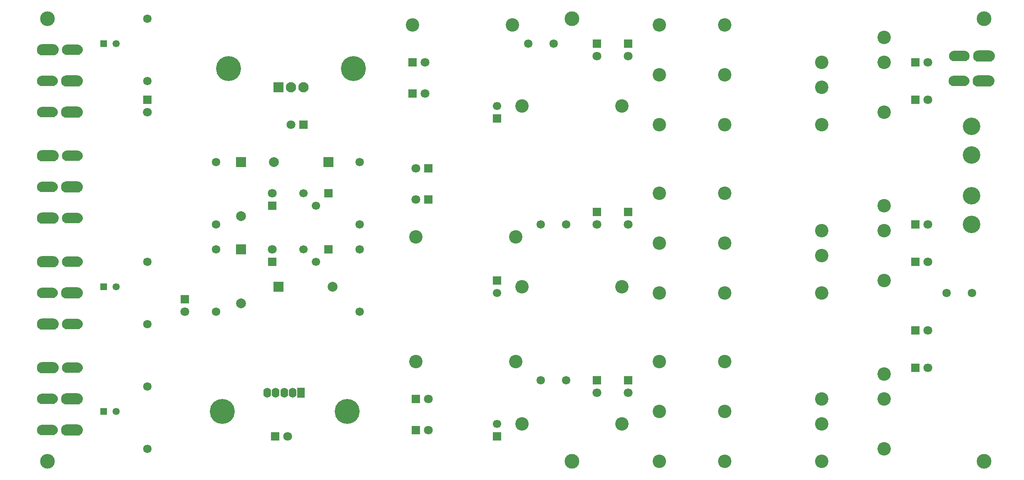
<source format=gts>
G04 DipTrace 2.4.0.2*
%INpsu_1.GTS*%
%MOMM*%
%ADD29R,1.8X1.8*%
%ADD32C,3.556*%
%ADD46C,5.08*%
%ADD47C,3.0*%
%ADD58C,2.1*%
%ADD59C,1.7*%
%ADD60R,2.1X2.1*%
%ADD61R,1.7X1.7*%
%ADD62O,1.6X2.0*%
%ADD64R,1.6X2.0*%
%ADD66C,1.724*%
%ADD68C,2.74*%
%ADD70C,2.74*%
%ADD72R,1.47X1.47*%
%ADD74C,1.47*%
%ADD76C,1.724*%
%ADD82C,2.0*%
%ADD84R,2.0X2.0*%
%ADD89C,1.8*%
%FSLAX53Y53*%
G04*
G71*
G90*
G75*
G01*
%LNTopMask*%
%LPD*%
D29*
X191610Y88740D3*
D89*
X194150D3*
D29*
X191610Y55720D3*
D89*
X194150D3*
D29*
X191610Y41750D3*
D89*
X194150D3*
Y96360D3*
D29*
X191610D3*
D89*
X194150Y63340D3*
D29*
X191610D3*
D89*
X194150Y34130D3*
D29*
X191610D3*
D89*
X133190Y97630D3*
D29*
Y100170D3*
D89*
Y63340D3*
D29*
Y65880D3*
D89*
Y29050D3*
D29*
Y31590D3*
X126840Y100170D3*
D89*
Y97630D3*
D29*
Y65880D3*
D89*
Y63340D3*
D29*
Y31590D3*
D89*
Y29050D3*
X91915Y96360D3*
D29*
X89375D3*
D89*
X90010Y68420D3*
D29*
X92550D3*
D89*
Y27780D3*
D29*
X90010D3*
X92550Y74770D3*
D89*
X90010D3*
D29*
X89375Y90010D3*
D89*
X91915D3*
D29*
X90010Y21430D3*
D89*
X92550D3*
X63975Y20160D3*
D29*
X61435D3*
D89*
X64610Y83660D3*
D29*
X67150D3*
X60800Y67150D3*
D89*
Y69690D3*
D29*
Y55720D3*
D89*
Y58260D3*
D29*
X35400Y88740D3*
D89*
Y86200D3*
D29*
X43020Y48100D3*
D89*
Y45560D3*
D84*
X72230Y76040D3*
D82*
X61180D3*
D84*
X62070Y50640D3*
D82*
X73120D3*
D84*
X54450Y76040D3*
D82*
Y64990D3*
D84*
Y58260D3*
D82*
Y47210D3*
D32*
X203040Y63340D3*
Y69182D3*
Y83340D3*
Y77498D3*
D47*
X15080Y15080D3*
Y105250D3*
X205580D3*
X121760D3*
Y15080D3*
X205580D3*
D61*
X106520Y84930D3*
D59*
Y87470D3*
D61*
Y51910D3*
D59*
Y49370D3*
D61*
Y20160D3*
D59*
Y22700D3*
D76*
X197960Y49370D3*
X203168D3*
X112870Y100170D3*
X118078D3*
X115410Y63340D3*
X120618D3*
X115410Y31590D3*
X120618D3*
D74*
X29050Y25240D3*
D72*
X26510D3*
D74*
X29050Y100170D3*
D72*
X26510D3*
D74*
X29050Y50640D3*
D72*
X26510D3*
D70*
X172560Y91280D3*
Y96360D3*
X152875Y83660D3*
Y103980D3*
Y93820D3*
X172560Y83660D3*
Y56990D3*
Y62070D3*
X152875Y49370D3*
Y69690D3*
Y59530D3*
X172560Y49370D3*
Y22700D3*
Y27780D3*
X152875Y15080D3*
Y35400D3*
Y25240D3*
X172560Y15080D3*
X139540Y93820D3*
Y83660D3*
Y103980D3*
X185260Y96360D3*
Y101440D3*
Y86200D3*
X139540Y59530D3*
Y49370D3*
Y69690D3*
X185260Y62070D3*
Y67150D3*
Y51910D3*
X139540Y25240D3*
Y15080D3*
Y35400D3*
X185260Y27780D3*
Y32860D3*
Y17620D3*
X89375Y103980D3*
D68*
X109695D3*
D70*
X90010Y60800D3*
D68*
X110330D3*
D70*
X90010Y35400D3*
D68*
X110330D3*
D76*
X78580Y63340D3*
D66*
Y76040D3*
D76*
Y58260D3*
D66*
Y45560D3*
D76*
X35400Y17620D3*
D66*
Y30320D3*
D76*
X49370Y76040D3*
D66*
Y63340D3*
D76*
Y58260D3*
D66*
Y45560D3*
D76*
X35400Y92550D3*
D66*
Y105250D3*
D76*
Y55720D3*
D66*
Y43020D3*
D70*
X131920Y87470D3*
D68*
X111600D3*
D70*
X131920Y50640D3*
D68*
X111600D3*
D70*
X131920Y22700D3*
D68*
X111600D3*
D61*
X72230Y69690D3*
D59*
X69690Y67150D3*
X67150Y69690D3*
D61*
X72230Y58260D3*
D59*
X69690Y55720D3*
X67150Y58260D3*
D64*
X66674Y29050D3*
D62*
X64964D3*
X63254D3*
X61544D3*
X59834D3*
D60*
X62070Y91280D3*
D58*
X64610D3*
X67150D3*
G36*
X21219Y65670D2*
X21581Y65606D1*
X21900Y65422D1*
X22137Y65141D1*
X22263Y64795D1*
Y64427D1*
X22138Y64081D1*
X21901Y63799D1*
X21583Y63615D1*
X21220Y63551D1*
X19101D1*
X18739Y63614D1*
X18420Y63798D1*
X18183Y64079D1*
X18057Y64425D1*
Y64793D1*
X18183Y65139D1*
X18419Y65421D1*
X18737Y65605D1*
X19100Y65670D1*
X21219D1*
G37*
G36*
X16227Y65770D2*
X16616Y65701D1*
X16965Y65500D1*
X17225Y65191D1*
X17363Y64813D1*
Y64409D1*
X17225Y64030D1*
X16967Y63721D1*
X16618Y63519D1*
X16229Y63451D1*
X14093D1*
X13704Y63519D1*
X13355Y63720D1*
X13096Y64029D1*
X12957Y64407D1*
Y64811D1*
X13095Y65190D1*
X13353Y65499D1*
X13702Y65701D1*
X14091Y65770D1*
X16227D1*
G37*
G36*
X14021Y69901D2*
X13659Y69964D1*
X13340Y70148D1*
X13103Y70429D1*
X12977Y70775D1*
Y71143D1*
X13103Y71489D1*
X13339Y71771D1*
X13657Y71955D1*
X14020Y72020D1*
X16139D1*
X16501Y71956D1*
X16820Y71772D1*
X17057Y71491D1*
X17183Y71145D1*
Y70777D1*
X17058Y70431D1*
X16821Y70149D1*
X16503Y69965D1*
X16140Y69901D1*
X14021D1*
G37*
G36*
X19013Y69801D2*
X18624Y69869D1*
X18275Y70070D1*
X18016Y70379D1*
X17877Y70757D1*
Y71161D1*
X18015Y71540D1*
X18273Y71849D1*
X18622Y72051D1*
X19011Y72120D1*
X21147D1*
X21536Y72051D1*
X21885Y71850D1*
X22145Y71541D1*
X22283Y71163D1*
Y70759D1*
X22145Y70380D1*
X21887Y70071D1*
X21538Y69869D1*
X21149Y69801D1*
X19013D1*
G37*
G36*
X21219Y78370D2*
X21581Y78306D1*
X21900Y78122D1*
X22137Y77841D1*
X22263Y77495D1*
Y77127D1*
X22138Y76781D1*
X21901Y76499D1*
X21583Y76315D1*
X21220Y76251D1*
X19101D1*
X18739Y76314D1*
X18420Y76498D1*
X18183Y76779D1*
X18057Y77125D1*
Y77493D1*
X18183Y77839D1*
X18419Y78121D1*
X18737Y78305D1*
X19100Y78370D1*
X21219D1*
G37*
G36*
X16227Y78470D2*
X16616Y78401D1*
X16965Y78200D1*
X17225Y77891D1*
X17363Y77513D1*
Y77109D1*
X17225Y76730D1*
X16967Y76421D1*
X16618Y76219D1*
X16229Y76151D1*
X14093D1*
X13704Y76219D1*
X13355Y76420D1*
X13096Y76729D1*
X12957Y77107D1*
Y77511D1*
X13095Y77890D1*
X13353Y78199D1*
X13702Y78401D1*
X14091Y78470D1*
X16227D1*
G37*
G36*
X199521Y96571D2*
X199159Y96634D1*
X198840Y96818D1*
X198603Y97099D1*
X198477Y97445D1*
Y97813D1*
X198603Y98159D1*
X198839Y98441D1*
X199157Y98625D1*
X199520Y98690D1*
X201639D1*
X202001Y98626D1*
X202320Y98442D1*
X202557Y98161D1*
X202683Y97815D1*
Y97447D1*
X202558Y97101D1*
X202321Y96819D1*
X202003Y96635D1*
X201640Y96571D1*
X199521D1*
G37*
G36*
X204513Y96471D2*
X204124Y96539D1*
X203775Y96740D1*
X203516Y97049D1*
X203377Y97427D1*
Y97831D1*
X203515Y98210D1*
X203773Y98519D1*
X204122Y98721D1*
X204511Y98790D1*
X206647D1*
X207036Y98721D1*
X207385Y98520D1*
X207645Y98211D1*
X207783Y97833D1*
Y97429D1*
X207645Y97050D1*
X207387Y96741D1*
X207038Y96539D1*
X206649Y96471D1*
X204513D1*
G37*
G36*
X14021Y26721D2*
X13659Y26784D1*
X13340Y26968D1*
X13103Y27249D1*
X12977Y27595D1*
Y27963D1*
X13103Y28309D1*
X13339Y28591D1*
X13657Y28775D1*
X14020Y28840D1*
X16139D1*
X16501Y28776D1*
X16820Y28592D1*
X17057Y28311D1*
X17183Y27965D1*
Y27597D1*
X17058Y27251D1*
X16821Y26969D1*
X16503Y26785D1*
X16140Y26721D1*
X14021D1*
G37*
G36*
X19013Y26621D2*
X18624Y26689D1*
X18275Y26890D1*
X18016Y27199D1*
X17877Y27577D1*
Y27981D1*
X18015Y28360D1*
X18273Y28669D1*
X18622Y28871D1*
X19011Y28940D1*
X21147D1*
X21536Y28871D1*
X21885Y28670D1*
X22145Y28361D1*
X22283Y27983D1*
Y27579D1*
X22145Y27200D1*
X21887Y26891D1*
X21538Y26689D1*
X21149Y26621D1*
X19013D1*
G37*
G36*
X14021Y20371D2*
X13659Y20434D1*
X13340Y20618D1*
X13103Y20899D1*
X12977Y21245D1*
Y21613D1*
X13103Y21959D1*
X13339Y22241D1*
X13657Y22425D1*
X14020Y22490D1*
X16139D1*
X16501Y22426D1*
X16820Y22242D1*
X17057Y21961D1*
X17183Y21615D1*
Y21247D1*
X17058Y20901D1*
X16821Y20619D1*
X16503Y20435D1*
X16140Y20371D1*
X14021D1*
G37*
G36*
X19013Y20271D2*
X18624Y20339D1*
X18275Y20540D1*
X18016Y20849D1*
X17877Y21227D1*
Y21631D1*
X18015Y22010D1*
X18273Y22319D1*
X18622Y22521D1*
X19011Y22590D1*
X21147D1*
X21536Y22521D1*
X21885Y22320D1*
X22145Y22011D1*
X22283Y21633D1*
Y21229D1*
X22145Y20850D1*
X21887Y20541D1*
X21538Y20339D1*
X21149Y20271D1*
X19013D1*
G37*
G36*
X21219Y35190D2*
X21581Y35126D1*
X21900Y34942D1*
X22137Y34661D1*
X22263Y34315D1*
Y33947D1*
X22138Y33601D1*
X21901Y33319D1*
X21583Y33135D1*
X21220Y33071D1*
X19101D1*
X18739Y33134D1*
X18420Y33318D1*
X18183Y33599D1*
X18057Y33945D1*
Y34313D1*
X18183Y34659D1*
X18419Y34941D1*
X18737Y35125D1*
X19100Y35190D1*
X21219D1*
G37*
G36*
X16227Y35290D2*
X16616Y35221D1*
X16965Y35020D1*
X17225Y34711D1*
X17363Y34333D1*
Y33929D1*
X17225Y33550D1*
X16967Y33241D1*
X16618Y33039D1*
X16229Y32971D1*
X14093D1*
X13704Y33039D1*
X13355Y33240D1*
X13096Y33549D1*
X12957Y33927D1*
Y34331D1*
X13095Y34710D1*
X13353Y35019D1*
X13702Y35221D1*
X14091Y35290D1*
X16227D1*
G37*
G36*
X199441Y91491D2*
X199079Y91554D1*
X198760Y91738D1*
X198523Y92019D1*
X198397Y92365D1*
Y92733D1*
X198523Y93079D1*
X198759Y93361D1*
X199077Y93545D1*
X199440Y93610D1*
X201559D1*
X201921Y93546D1*
X202240Y93362D1*
X202477Y93081D1*
X202603Y92735D1*
Y92367D1*
X202478Y92021D1*
X202241Y91739D1*
X201923Y91555D1*
X201560Y91491D1*
X199441D1*
G37*
G36*
X204433Y91391D2*
X204044Y91459D1*
X203695Y91660D1*
X203436Y91969D1*
X203297Y92347D1*
Y92751D1*
X203435Y93130D1*
X203693Y93439D1*
X204042Y93641D1*
X204431Y93710D1*
X206567D1*
X206956Y93641D1*
X207305Y93440D1*
X207565Y93131D1*
X207703Y92753D1*
Y92349D1*
X207565Y91970D1*
X207307Y91661D1*
X206958Y91459D1*
X206569Y91391D1*
X204433D1*
G37*
G36*
X21219Y99960D2*
X21581Y99896D1*
X21900Y99712D1*
X22137Y99431D1*
X22263Y99085D1*
Y98717D1*
X22138Y98371D1*
X21901Y98089D1*
X21583Y97905D1*
X21220Y97841D1*
X19101D1*
X18739Y97904D1*
X18420Y98088D1*
X18183Y98369D1*
X18057Y98715D1*
Y99083D1*
X18183Y99429D1*
X18419Y99711D1*
X18737Y99895D1*
X19100Y99960D1*
X21219D1*
G37*
G36*
X16227Y100060D2*
X16616Y99991D1*
X16965Y99790D1*
X17225Y99481D1*
X17363Y99103D1*
Y98699D1*
X17225Y98320D1*
X16967Y98011D1*
X16618Y97809D1*
X16229Y97741D1*
X14093D1*
X13704Y97809D1*
X13355Y98010D1*
X13096Y98319D1*
X12957Y98697D1*
Y99101D1*
X13095Y99480D1*
X13353Y99789D1*
X13702Y99991D1*
X14091Y100060D1*
X16227D1*
G37*
G36*
X14021Y91491D2*
X13659Y91554D1*
X13340Y91738D1*
X13103Y92019D1*
X12977Y92365D1*
Y92733D1*
X13103Y93079D1*
X13339Y93361D1*
X13657Y93545D1*
X14020Y93610D1*
X16139D1*
X16501Y93546D1*
X16820Y93362D1*
X17057Y93081D1*
X17183Y92735D1*
Y92367D1*
X17058Y92021D1*
X16821Y91739D1*
X16503Y91555D1*
X16140Y91491D1*
X14021D1*
G37*
G36*
X19013Y91391D2*
X18624Y91459D1*
X18275Y91660D1*
X18016Y91969D1*
X17877Y92347D1*
Y92751D1*
X18015Y93130D1*
X18273Y93439D1*
X18622Y93641D1*
X19011Y93710D1*
X21147D1*
X21536Y93641D1*
X21885Y93440D1*
X22145Y93131D1*
X22283Y92753D1*
Y92349D1*
X22145Y91970D1*
X21887Y91661D1*
X21538Y91459D1*
X21149Y91391D1*
X19013D1*
G37*
G36*
X14021Y85141D2*
X13659Y85204D1*
X13340Y85388D1*
X13103Y85669D1*
X12977Y86015D1*
Y86383D1*
X13103Y86729D1*
X13339Y87011D1*
X13657Y87195D1*
X14020Y87260D1*
X16139D1*
X16501Y87196D1*
X16820Y87012D1*
X17057Y86731D1*
X17183Y86385D1*
Y86017D1*
X17058Y85671D1*
X16821Y85389D1*
X16503Y85205D1*
X16140Y85141D1*
X14021D1*
G37*
G36*
X19013Y85041D2*
X18624Y85109D1*
X18275Y85310D1*
X18016Y85619D1*
X17877Y85997D1*
Y86401D1*
X18015Y86780D1*
X18273Y87089D1*
X18622Y87291D1*
X19011Y87360D1*
X21147D1*
X21536Y87291D1*
X21885Y87090D1*
X22145Y86781D1*
X22283Y86403D1*
Y85999D1*
X22145Y85620D1*
X21887Y85311D1*
X21538Y85109D1*
X21149Y85041D1*
X19013D1*
G37*
D46*
X50640Y25240D3*
X76040D3*
X51910Y95090D3*
X77310D3*
G36*
X21219Y56780D2*
X21581Y56716D1*
X21900Y56532D1*
X22137Y56251D1*
X22263Y55905D1*
Y55537D1*
X22138Y55191D1*
X21901Y54909D1*
X21583Y54725D1*
X21220Y54661D1*
X19101D1*
X18739Y54724D1*
X18420Y54908D1*
X18183Y55189D1*
X18057Y55535D1*
Y55903D1*
X18183Y56249D1*
X18419Y56531D1*
X18737Y56715D1*
X19100Y56780D1*
X21219D1*
G37*
G36*
X16227Y56880D2*
X16616Y56811D1*
X16965Y56610D1*
X17225Y56301D1*
X17363Y55923D1*
Y55519D1*
X17225Y55140D1*
X16967Y54831D1*
X16618Y54629D1*
X16229Y54561D1*
X14093D1*
X13704Y54629D1*
X13355Y54830D1*
X13096Y55139D1*
X12957Y55517D1*
Y55921D1*
X13095Y56300D1*
X13353Y56609D1*
X13702Y56811D1*
X14091Y56880D1*
X16227D1*
G37*
G36*
X21219Y44080D2*
X21581Y44016D1*
X21900Y43832D1*
X22137Y43551D1*
X22263Y43205D1*
Y42837D1*
X22138Y42491D1*
X21901Y42209D1*
X21583Y42025D1*
X21220Y41961D1*
X19101D1*
X18739Y42024D1*
X18420Y42208D1*
X18183Y42489D1*
X18057Y42835D1*
Y43203D1*
X18183Y43549D1*
X18419Y43831D1*
X18737Y44015D1*
X19100Y44080D1*
X21219D1*
G37*
G36*
X16227Y44180D2*
X16616Y44111D1*
X16965Y43910D1*
X17225Y43601D1*
X17363Y43223D1*
Y42819D1*
X17225Y42440D1*
X16967Y42131D1*
X16618Y41929D1*
X16229Y41861D1*
X14093D1*
X13704Y41929D1*
X13355Y42130D1*
X13096Y42439D1*
X12957Y42817D1*
Y43221D1*
X13095Y43600D1*
X13353Y43909D1*
X13702Y44111D1*
X14091Y44180D1*
X16227D1*
G37*
G36*
X14021Y48311D2*
X13659Y48374D1*
X13340Y48558D1*
X13103Y48839D1*
X12977Y49185D1*
Y49553D1*
X13103Y49899D1*
X13339Y50181D1*
X13657Y50365D1*
X14020Y50430D1*
X16139D1*
X16501Y50366D1*
X16820Y50182D1*
X17057Y49901D1*
X17183Y49555D1*
Y49187D1*
X17058Y48841D1*
X16821Y48559D1*
X16503Y48375D1*
X16140Y48311D1*
X14021D1*
G37*
G36*
X19013Y48211D2*
X18624Y48279D1*
X18275Y48480D1*
X18016Y48789D1*
X17877Y49167D1*
Y49571D1*
X18015Y49950D1*
X18273Y50259D1*
X18622Y50461D1*
X19011Y50530D1*
X21147D1*
X21536Y50461D1*
X21885Y50260D1*
X22145Y49951D1*
X22283Y49573D1*
Y49169D1*
X22145Y48790D1*
X21887Y48481D1*
X21538Y48279D1*
X21149Y48211D1*
X19013D1*
G37*
M02*

</source>
